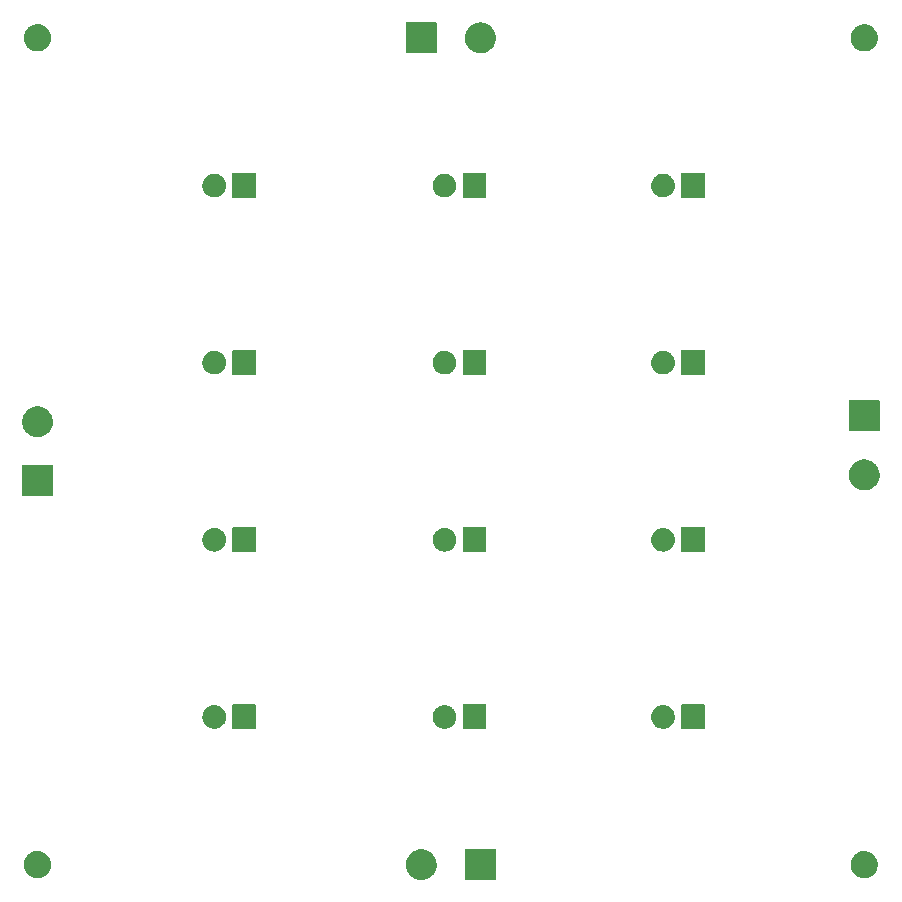
<source format=gbr>
G04 #@! TF.GenerationSoftware,KiCad,Pcbnew,6.0.0-unknown-b25ffc0~86~ubuntu16.04.1*
G04 #@! TF.CreationDate,2019-08-26T10:53:55-04:00*
G04 #@! TF.ProjectId,UV_Curing_Box,55565f43-7572-4696-9e67-5f426f782e6b,rev?*
G04 #@! TF.SameCoordinates,PX5f5e100PY68e7780*
G04 #@! TF.FileFunction,Soldermask,Bot*
G04 #@! TF.FilePolarity,Negative*
%FSLAX46Y46*%
G04 Gerber Fmt 4.6, Leading zero omitted, Abs format (unit mm)*
G04 Created by KiCad (PCBNEW 6.0.0-unknown-b25ffc0~86~ubuntu16.04.1) date 2019-08-26 10:53:55*
%MOMM*%
%LPD*%
G04 APERTURE LIST*
%ADD10C,0.100000*%
G04 APERTURE END LIST*
D10*
G36*
X37562163Y6300999D02*
G01*
X37613823Y6300999D01*
X37673518Y6290473D01*
X37728934Y6285235D01*
X37780515Y6271607D01*
X37838010Y6261469D01*
X37888660Y6243034D01*
X37935774Y6230586D01*
X37990780Y6205865D01*
X38051926Y6183610D01*
X38092766Y6160031D01*
X38130911Y6142888D01*
X38186971Y6105642D01*
X38249073Y6069787D01*
X38280019Y6043821D01*
X38309100Y6024499D01*
X38363480Y5973789D01*
X38423460Y5923460D01*
X38445074Y5897701D01*
X38465564Y5878594D01*
X38515316Y5813990D01*
X38569787Y5749073D01*
X38583202Y5725837D01*
X38596093Y5709098D01*
X38638128Y5630702D01*
X38683610Y5551926D01*
X38690462Y5533101D01*
X38697190Y5520553D01*
X38728443Y5428748D01*
X38761469Y5338010D01*
X38763764Y5324993D01*
X38766133Y5318035D01*
X38783667Y5212116D01*
X38800999Y5113823D01*
X38800999Y4886177D01*
X38794489Y4849257D01*
X38793972Y4828097D01*
X38776550Y4747519D01*
X38761469Y4661990D01*
X38753066Y4638902D01*
X38749086Y4620496D01*
X38715393Y4535397D01*
X38683610Y4448074D01*
X38674729Y4432692D01*
X38670332Y4421586D01*
X38618836Y4335882D01*
X38569787Y4250927D01*
X38562752Y4242543D01*
X38560148Y4238209D01*
X38486706Y4151914D01*
X38423460Y4076540D01*
X38354806Y4018933D01*
X38258089Y3937201D01*
X38255713Y3935785D01*
X38249073Y3930213D01*
X38163103Y3880578D01*
X38074325Y3827656D01*
X38065341Y3824135D01*
X38051926Y3816390D01*
X37962837Y3783964D01*
X37875137Y3749595D01*
X37858962Y3746157D01*
X37838010Y3738531D01*
X37750446Y3723091D01*
X37665879Y3705116D01*
X37642476Y3704053D01*
X37613823Y3699001D01*
X37531221Y3699001D01*
X37452166Y3695411D01*
X37422059Y3699001D01*
X37386177Y3699001D01*
X37311223Y3712217D01*
X37239733Y3720742D01*
X37204000Y3731124D01*
X37161990Y3738531D01*
X37096662Y3762309D01*
X37034288Y3780430D01*
X36994505Y3799491D01*
X36948074Y3816390D01*
X36893655Y3847809D01*
X36841358Y3872865D01*
X36799543Y3902144D01*
X36750927Y3930213D01*
X36707915Y3966304D01*
X36666108Y3995578D01*
X36624689Y4036138D01*
X36576540Y4076540D01*
X36544776Y4114396D01*
X36513260Y4145258D01*
X36474897Y4197675D01*
X36430213Y4250927D01*
X36408886Y4287867D01*
X36386907Y4317897D01*
X36354446Y4382160D01*
X36316390Y4448074D01*
X36304117Y4481794D01*
X36290450Y4508850D01*
X36266789Y4584352D01*
X36238531Y4661990D01*
X36233478Y4690645D01*
X36226474Y4712996D01*
X36214444Y4798594D01*
X36199001Y4886177D01*
X36199001Y4908479D01*
X36196700Y4924852D01*
X36199001Y5019002D01*
X36199001Y5113823D01*
X36201691Y5129080D01*
X36201927Y5138725D01*
X36221288Y5240221D01*
X36238531Y5338010D01*
X36241497Y5346158D01*
X36242014Y5348870D01*
X36285709Y5467631D01*
X36316390Y5551926D01*
X36365544Y5637063D01*
X36421557Y5735663D01*
X36424740Y5739594D01*
X36430213Y5749073D01*
X36493280Y5824234D01*
X36556192Y5901924D01*
X36565122Y5909852D01*
X36576540Y5923460D01*
X36647724Y5983190D01*
X36716173Y6043962D01*
X36732111Y6053999D01*
X36750927Y6069787D01*
X36826133Y6113207D01*
X36897201Y6157961D01*
X36920914Y6167929D01*
X36948074Y6183610D01*
X37023682Y6211129D01*
X37094423Y6240866D01*
X37126151Y6248425D01*
X37161990Y6261469D01*
X37234784Y6274304D01*
X37302531Y6290444D01*
X37341947Y6293200D01*
X37386177Y6300999D01*
X37453484Y6300999D01*
X37515953Y6305367D01*
X37562163Y6300999D01*
X37562163Y6300999D01*
G37*
G36*
X43769899Y6298041D02*
G01*
X43786769Y6286769D01*
X43798041Y6269899D01*
X43804448Y6237688D01*
X43804448Y3762312D01*
X43801999Y3750000D01*
X43798041Y3730101D01*
X43786769Y3713231D01*
X43769899Y3701959D01*
X43750000Y3698001D01*
X43737688Y3695552D01*
X41262312Y3695552D01*
X41230101Y3701959D01*
X41213231Y3713231D01*
X41201959Y3730101D01*
X41195552Y3762312D01*
X41195552Y6237688D01*
X41201959Y6269899D01*
X41213231Y6286769D01*
X41230101Y6298041D01*
X41262312Y6304448D01*
X43737688Y6304448D01*
X43769899Y6298041D01*
X43769899Y6298041D01*
G37*
G36*
X5042742Y6152998D02*
G01*
X5066523Y6153745D01*
X5144921Y6142168D01*
X5226500Y6133522D01*
X5249247Y6126763D01*
X5269783Y6123730D01*
X5347754Y6097490D01*
X5429275Y6073265D01*
X5447713Y6063850D01*
X5464517Y6058195D01*
X5539255Y6017106D01*
X5617674Y5977064D01*
X5631693Y5966287D01*
X5644561Y5959213D01*
X5713190Y5903639D01*
X5785387Y5848140D01*
X5795176Y5837249D01*
X5804238Y5829911D01*
X5863939Y5760746D01*
X5926797Y5690813D01*
X5932859Y5680901D01*
X5938493Y5674374D01*
X5986568Y5593084D01*
X6037168Y5510350D01*
X6040236Y5502337D01*
X6043084Y5497521D01*
X6077154Y5405911D01*
X6112804Y5312795D01*
X6113808Y5307350D01*
X6114700Y5304952D01*
X6132616Y5205378D01*
X6151173Y5104765D01*
X6143823Y4833134D01*
X6120018Y4734362D01*
X6097214Y4637136D01*
X6095798Y4633863D01*
X6094260Y4627483D01*
X6053954Y4537166D01*
X6015613Y4448564D01*
X6011958Y4443063D01*
X6008051Y4434308D01*
X5953631Y4355274D01*
X5901911Y4277430D01*
X5895240Y4270474D01*
X5888082Y4260078D01*
X5822260Y4194371D01*
X5759704Y4129138D01*
X5749451Y4121689D01*
X5738371Y4110628D01*
X5664116Y4059689D01*
X5593480Y4008369D01*
X5579343Y4001535D01*
X5563932Y3990963D01*
X5484362Y3955619D01*
X5408493Y3918943D01*
X5390450Y3913905D01*
X5370606Y3905091D01*
X5288862Y3885542D01*
X5210602Y3863691D01*
X5188931Y3861643D01*
X5164869Y3855888D01*
X5083921Y3851716D01*
X5006054Y3844356D01*
X4981349Y3846431D01*
X4953610Y3845001D01*
X4876221Y3855258D01*
X4801308Y3861549D01*
X4774436Y3868749D01*
X4743905Y3872796D01*
X4672551Y3896049D01*
X4602843Y3914727D01*
X4574930Y3927862D01*
X4542777Y3938340D01*
X4479502Y3972767D01*
X4416937Y4002208D01*
X4389322Y4021833D01*
X4356961Y4039440D01*
X4303361Y4082922D01*
X4249459Y4121228D01*
X4223637Y4147596D01*
X4192681Y4172709D01*
X4149857Y4222938D01*
X4105705Y4268025D01*
X4083260Y4301052D01*
X4055438Y4333685D01*
X4023987Y4388270D01*
X3990216Y4437962D01*
X3972746Y4477200D01*
X3949828Y4516975D01*
X3929854Y4573536D01*
X3906647Y4625660D01*
X3895680Y4670310D01*
X3879389Y4716442D01*
X3870526Y4772717D01*
X3857636Y4825196D01*
X3854560Y4874097D01*
X3846479Y4925405D01*
X3847939Y4979343D01*
X3844736Y5030248D01*
X3850714Y5081915D01*
X3852201Y5136867D01*
X3862837Y5186692D01*
X3868352Y5234356D01*
X3884258Y5287040D01*
X3896363Y5343745D01*
X3914741Y5388005D01*
X3927736Y5431045D01*
X3954092Y5482771D01*
X3977486Y5539110D01*
X4001979Y5576754D01*
X4021016Y5614116D01*
X4057938Y5662760D01*
X4092853Y5716421D01*
X4121712Y5746779D01*
X4145237Y5777772D01*
X4192415Y5821154D01*
X4238601Y5869739D01*
X4270068Y5892559D01*
X4296482Y5916848D01*
X4353149Y5952810D01*
X4409848Y5993929D01*
X4442207Y6009329D01*
X4469956Y6026939D01*
X4534906Y6053445D01*
X4600859Y6084832D01*
X4632560Y6093297D01*
X4660192Y6104573D01*
X4731773Y6119788D01*
X4805238Y6139404D01*
X4834933Y6141715D01*
X4861162Y6147290D01*
X4937337Y6149684D01*
X5016139Y6155817D01*
X5042742Y6152998D01*
X5042742Y6152998D01*
G37*
G36*
X75042742Y6152998D02*
G01*
X75066523Y6153745D01*
X75144921Y6142168D01*
X75226500Y6133522D01*
X75249247Y6126763D01*
X75269783Y6123730D01*
X75347754Y6097490D01*
X75429275Y6073265D01*
X75447713Y6063850D01*
X75464517Y6058195D01*
X75539255Y6017106D01*
X75617674Y5977064D01*
X75631693Y5966287D01*
X75644561Y5959213D01*
X75713190Y5903639D01*
X75785387Y5848140D01*
X75795176Y5837249D01*
X75804238Y5829911D01*
X75863939Y5760746D01*
X75926797Y5690813D01*
X75932859Y5680901D01*
X75938493Y5674374D01*
X75986568Y5593084D01*
X76037168Y5510350D01*
X76040236Y5502337D01*
X76043084Y5497521D01*
X76077154Y5405911D01*
X76112804Y5312795D01*
X76113808Y5307350D01*
X76114700Y5304952D01*
X76132616Y5205378D01*
X76151173Y5104765D01*
X76143823Y4833134D01*
X76120018Y4734362D01*
X76097214Y4637136D01*
X76095798Y4633863D01*
X76094260Y4627483D01*
X76053954Y4537166D01*
X76015613Y4448564D01*
X76011958Y4443063D01*
X76008051Y4434308D01*
X75953631Y4355274D01*
X75901911Y4277430D01*
X75895240Y4270474D01*
X75888082Y4260078D01*
X75822260Y4194371D01*
X75759704Y4129138D01*
X75749451Y4121689D01*
X75738371Y4110628D01*
X75664116Y4059689D01*
X75593480Y4008369D01*
X75579343Y4001535D01*
X75563932Y3990963D01*
X75484362Y3955619D01*
X75408493Y3918943D01*
X75390450Y3913905D01*
X75370606Y3905091D01*
X75288862Y3885542D01*
X75210602Y3863691D01*
X75188931Y3861643D01*
X75164869Y3855888D01*
X75083921Y3851716D01*
X75006054Y3844356D01*
X74981349Y3846431D01*
X74953610Y3845001D01*
X74876221Y3855258D01*
X74801308Y3861549D01*
X74774436Y3868749D01*
X74743905Y3872796D01*
X74672551Y3896049D01*
X74602843Y3914727D01*
X74574930Y3927862D01*
X74542777Y3938340D01*
X74479502Y3972767D01*
X74416937Y4002208D01*
X74389322Y4021833D01*
X74356961Y4039440D01*
X74303361Y4082922D01*
X74249459Y4121228D01*
X74223637Y4147596D01*
X74192681Y4172709D01*
X74149857Y4222938D01*
X74105705Y4268025D01*
X74083260Y4301052D01*
X74055438Y4333685D01*
X74023987Y4388270D01*
X73990216Y4437962D01*
X73972746Y4477200D01*
X73949828Y4516975D01*
X73929854Y4573536D01*
X73906647Y4625660D01*
X73895680Y4670310D01*
X73879389Y4716442D01*
X73870526Y4772717D01*
X73857636Y4825196D01*
X73854560Y4874097D01*
X73846479Y4925405D01*
X73847939Y4979343D01*
X73844736Y5030248D01*
X73850714Y5081915D01*
X73852201Y5136867D01*
X73862837Y5186692D01*
X73868352Y5234356D01*
X73884258Y5287040D01*
X73896363Y5343745D01*
X73914741Y5388005D01*
X73927736Y5431045D01*
X73954092Y5482771D01*
X73977486Y5539110D01*
X74001979Y5576754D01*
X74021016Y5614116D01*
X74057938Y5662760D01*
X74092853Y5716421D01*
X74121712Y5746779D01*
X74145237Y5777772D01*
X74192415Y5821154D01*
X74238601Y5869739D01*
X74270068Y5892559D01*
X74296482Y5916848D01*
X74353149Y5952810D01*
X74409848Y5993929D01*
X74442207Y6009329D01*
X74469956Y6026939D01*
X74534906Y6053445D01*
X74600859Y6084832D01*
X74632560Y6093297D01*
X74660192Y6104573D01*
X74731773Y6119788D01*
X74805238Y6139404D01*
X74834933Y6141715D01*
X74861162Y6147290D01*
X74937337Y6149684D01*
X75016139Y6155817D01*
X75042742Y6152998D01*
X75042742Y6152998D01*
G37*
G36*
X61469899Y18548041D02*
G01*
X61486769Y18536769D01*
X61498041Y18519899D01*
X61504448Y18487688D01*
X61504448Y16512312D01*
X61501999Y16500000D01*
X61498041Y16480101D01*
X61486769Y16463231D01*
X61469899Y16451959D01*
X61450000Y16448001D01*
X61437688Y16445552D01*
X59562312Y16445552D01*
X59530101Y16451959D01*
X59513231Y16463231D01*
X59501959Y16480101D01*
X59495552Y16512312D01*
X59495552Y18487688D01*
X59501959Y18519899D01*
X59513231Y18536769D01*
X59530101Y18548041D01*
X59562312Y18554448D01*
X61437688Y18554448D01*
X61469899Y18548041D01*
X61469899Y18548041D01*
G37*
G36*
X42969899Y18548041D02*
G01*
X42986769Y18536769D01*
X42998041Y18519899D01*
X43004448Y18487688D01*
X43004448Y16512312D01*
X43001999Y16500000D01*
X42998041Y16480101D01*
X42986769Y16463231D01*
X42969899Y16451959D01*
X42950000Y16448001D01*
X42937688Y16445552D01*
X41062312Y16445552D01*
X41030101Y16451959D01*
X41013231Y16463231D01*
X41001959Y16480101D01*
X40995552Y16512312D01*
X40995552Y18487688D01*
X41001959Y18519899D01*
X41013231Y18536769D01*
X41030101Y18548041D01*
X41062312Y18554448D01*
X42937688Y18554448D01*
X42969899Y18548041D01*
X42969899Y18548041D01*
G37*
G36*
X23469899Y18548041D02*
G01*
X23486769Y18536769D01*
X23498041Y18519899D01*
X23504448Y18487688D01*
X23504448Y16512312D01*
X23501999Y16500000D01*
X23498041Y16480101D01*
X23486769Y16463231D01*
X23469899Y16451959D01*
X23450000Y16448001D01*
X23437688Y16445552D01*
X21562312Y16445552D01*
X21530101Y16451959D01*
X21513231Y16463231D01*
X21501959Y16480101D01*
X21495552Y16512312D01*
X21495552Y18487688D01*
X21501959Y18519899D01*
X21513231Y18536769D01*
X21530101Y18548041D01*
X21562312Y18554448D01*
X23437688Y18554448D01*
X23469899Y18548041D01*
X23469899Y18548041D01*
G37*
G36*
X20061761Y18497182D02*
G01*
X20105155Y18495021D01*
X20155857Y18482615D01*
X20213623Y18473672D01*
X20254441Y18458492D01*
X20290694Y18449621D01*
X20343705Y18425295D01*
X20404226Y18402787D01*
X20435947Y18382965D01*
X20464297Y18369956D01*
X20516721Y18332493D01*
X20576684Y18295024D01*
X20599328Y18273460D01*
X20619700Y18258902D01*
X20668293Y18207785D01*
X20723950Y18154784D01*
X20738284Y18134160D01*
X20751305Y18120463D01*
X20792649Y18055939D01*
X20840009Y17987797D01*
X20847479Y17970368D01*
X20854357Y17959634D01*
X20885015Y17882790D01*
X20920120Y17800883D01*
X20922693Y17788350D01*
X20925136Y17782226D01*
X20941844Y17695052D01*
X20961011Y17601679D01*
X20960988Y17595168D01*
X20961060Y17594794D01*
X20960373Y17398221D01*
X20960300Y17397853D01*
X20960277Y17391335D01*
X20940438Y17298002D01*
X20923141Y17211043D01*
X20920657Y17204942D01*
X20917996Y17192421D01*
X20882311Y17110741D01*
X20851127Y17034135D01*
X20844174Y17023449D01*
X20836582Y17006071D01*
X20788739Y16938249D01*
X20746951Y16874024D01*
X20733837Y16860420D01*
X20719360Y16839898D01*
X20663344Y16787296D01*
X20614389Y16736513D01*
X20593911Y16722094D01*
X20571118Y16700690D01*
X20510890Y16663637D01*
X20458211Y16626545D01*
X20429780Y16613738D01*
X20397913Y16594133D01*
X20337222Y16572044D01*
X20284054Y16548093D01*
X20247743Y16539476D01*
X20206819Y16524581D01*
X20149000Y16516043D01*
X20098210Y16503990D01*
X20054799Y16502133D01*
X20005643Y16494874D01*
X19953406Y16497795D01*
X19907372Y16495825D01*
X19858332Y16503110D01*
X19802602Y16506226D01*
X19757959Y16518021D01*
X19718438Y16523892D01*
X19665887Y16542347D01*
X19605990Y16558172D01*
X19570119Y16575979D01*
X19538220Y16587181D01*
X19484829Y16618318D01*
X19423840Y16648593D01*
X19397127Y16669463D01*
X19373219Y16683406D01*
X19322080Y16728097D01*
X19263592Y16773792D01*
X19245601Y16794931D01*
X19229390Y16809098D01*
X19183880Y16867453D01*
X19131791Y16928657D01*
X19121383Y16947589D01*
X19111924Y16959718D01*
X19075498Y17031054D01*
X19033823Y17106861D01*
X19029257Y17121612D01*
X19025060Y17129831D01*
X19001100Y17212572D01*
X18973688Y17301125D01*
X18972783Y17310359D01*
X18971931Y17313300D01*
X18963532Y17404701D01*
X18953844Y17503512D01*
X18964210Y17602139D01*
X18973258Y17693595D01*
X18974132Y17696536D01*
X18975101Y17705756D01*
X19003118Y17794078D01*
X19027666Y17876684D01*
X19031920Y17884874D01*
X19036590Y17899595D01*
X19078798Y17975117D01*
X19115717Y18046190D01*
X19125260Y18058252D01*
X19135800Y18077111D01*
X19188313Y18137948D01*
X19234233Y18195988D01*
X19250544Y18210043D01*
X19268679Y18231052D01*
X19327477Y18276333D01*
X19378935Y18320672D01*
X19402942Y18334449D01*
X19429797Y18355130D01*
X19490981Y18384971D01*
X19544601Y18415742D01*
X19576590Y18426725D01*
X19612574Y18444276D01*
X19672571Y18459681D01*
X19725256Y18477770D01*
X19764816Y18483365D01*
X19809543Y18494849D01*
X19865292Y18497576D01*
X19914386Y18504519D01*
X19960409Y18502228D01*
X20012658Y18504783D01*
X20061761Y18497182D01*
X20061761Y18497182D01*
G37*
G36*
X58061761Y18497182D02*
G01*
X58105155Y18495021D01*
X58155857Y18482615D01*
X58213623Y18473672D01*
X58254441Y18458492D01*
X58290694Y18449621D01*
X58343705Y18425295D01*
X58404226Y18402787D01*
X58435947Y18382965D01*
X58464297Y18369956D01*
X58516721Y18332493D01*
X58576684Y18295024D01*
X58599328Y18273460D01*
X58619700Y18258902D01*
X58668293Y18207785D01*
X58723950Y18154784D01*
X58738284Y18134160D01*
X58751305Y18120463D01*
X58792649Y18055939D01*
X58840009Y17987797D01*
X58847479Y17970368D01*
X58854357Y17959634D01*
X58885015Y17882790D01*
X58920120Y17800883D01*
X58922693Y17788350D01*
X58925136Y17782226D01*
X58941844Y17695052D01*
X58961011Y17601679D01*
X58960988Y17595168D01*
X58961060Y17594794D01*
X58960373Y17398221D01*
X58960300Y17397853D01*
X58960277Y17391335D01*
X58940438Y17298002D01*
X58923141Y17211043D01*
X58920657Y17204942D01*
X58917996Y17192421D01*
X58882311Y17110741D01*
X58851127Y17034135D01*
X58844174Y17023449D01*
X58836582Y17006071D01*
X58788739Y16938249D01*
X58746951Y16874024D01*
X58733837Y16860420D01*
X58719360Y16839898D01*
X58663344Y16787296D01*
X58614389Y16736513D01*
X58593911Y16722094D01*
X58571118Y16700690D01*
X58510890Y16663637D01*
X58458211Y16626545D01*
X58429780Y16613738D01*
X58397913Y16594133D01*
X58337222Y16572044D01*
X58284054Y16548093D01*
X58247743Y16539476D01*
X58206819Y16524581D01*
X58149000Y16516043D01*
X58098210Y16503990D01*
X58054799Y16502133D01*
X58005643Y16494874D01*
X57953406Y16497795D01*
X57907372Y16495825D01*
X57858332Y16503110D01*
X57802602Y16506226D01*
X57757959Y16518021D01*
X57718438Y16523892D01*
X57665887Y16542347D01*
X57605990Y16558172D01*
X57570119Y16575979D01*
X57538220Y16587181D01*
X57484829Y16618318D01*
X57423840Y16648593D01*
X57397127Y16669463D01*
X57373219Y16683406D01*
X57322080Y16728097D01*
X57263592Y16773792D01*
X57245601Y16794931D01*
X57229390Y16809098D01*
X57183880Y16867453D01*
X57131791Y16928657D01*
X57121383Y16947589D01*
X57111924Y16959718D01*
X57075498Y17031054D01*
X57033823Y17106861D01*
X57029257Y17121612D01*
X57025060Y17129831D01*
X57001100Y17212572D01*
X56973688Y17301125D01*
X56972783Y17310359D01*
X56971931Y17313300D01*
X56963532Y17404701D01*
X56953844Y17503512D01*
X56964210Y17602139D01*
X56973258Y17693595D01*
X56974132Y17696536D01*
X56975101Y17705756D01*
X57003118Y17794078D01*
X57027666Y17876684D01*
X57031920Y17884874D01*
X57036590Y17899595D01*
X57078798Y17975117D01*
X57115717Y18046190D01*
X57125260Y18058252D01*
X57135800Y18077111D01*
X57188313Y18137948D01*
X57234233Y18195988D01*
X57250544Y18210043D01*
X57268679Y18231052D01*
X57327477Y18276333D01*
X57378935Y18320672D01*
X57402942Y18334449D01*
X57429797Y18355130D01*
X57490981Y18384971D01*
X57544601Y18415742D01*
X57576590Y18426725D01*
X57612574Y18444276D01*
X57672571Y18459681D01*
X57725256Y18477770D01*
X57764816Y18483365D01*
X57809543Y18494849D01*
X57865292Y18497576D01*
X57914386Y18504519D01*
X57960409Y18502228D01*
X58012658Y18504783D01*
X58061761Y18497182D01*
X58061761Y18497182D01*
G37*
G36*
X39561761Y18497182D02*
G01*
X39605155Y18495021D01*
X39655857Y18482615D01*
X39713623Y18473672D01*
X39754441Y18458492D01*
X39790694Y18449621D01*
X39843705Y18425295D01*
X39904226Y18402787D01*
X39935947Y18382965D01*
X39964297Y18369956D01*
X40016721Y18332493D01*
X40076684Y18295024D01*
X40099328Y18273460D01*
X40119700Y18258902D01*
X40168293Y18207785D01*
X40223950Y18154784D01*
X40238284Y18134160D01*
X40251305Y18120463D01*
X40292649Y18055939D01*
X40340009Y17987797D01*
X40347479Y17970368D01*
X40354357Y17959634D01*
X40385015Y17882790D01*
X40420120Y17800883D01*
X40422693Y17788350D01*
X40425136Y17782226D01*
X40441844Y17695052D01*
X40461011Y17601679D01*
X40460988Y17595168D01*
X40461060Y17594794D01*
X40460373Y17398221D01*
X40460300Y17397853D01*
X40460277Y17391335D01*
X40440438Y17298002D01*
X40423141Y17211043D01*
X40420657Y17204942D01*
X40417996Y17192421D01*
X40382311Y17110741D01*
X40351127Y17034135D01*
X40344174Y17023449D01*
X40336582Y17006071D01*
X40288739Y16938249D01*
X40246951Y16874024D01*
X40233837Y16860420D01*
X40219360Y16839898D01*
X40163344Y16787296D01*
X40114389Y16736513D01*
X40093911Y16722094D01*
X40071118Y16700690D01*
X40010890Y16663637D01*
X39958211Y16626545D01*
X39929780Y16613738D01*
X39897913Y16594133D01*
X39837222Y16572044D01*
X39784054Y16548093D01*
X39747743Y16539476D01*
X39706819Y16524581D01*
X39649000Y16516043D01*
X39598210Y16503990D01*
X39554799Y16502133D01*
X39505643Y16494874D01*
X39453406Y16497795D01*
X39407372Y16495825D01*
X39358332Y16503110D01*
X39302602Y16506226D01*
X39257959Y16518021D01*
X39218438Y16523892D01*
X39165887Y16542347D01*
X39105990Y16558172D01*
X39070119Y16575979D01*
X39038220Y16587181D01*
X38984829Y16618318D01*
X38923840Y16648593D01*
X38897127Y16669463D01*
X38873219Y16683406D01*
X38822080Y16728097D01*
X38763592Y16773792D01*
X38745601Y16794931D01*
X38729390Y16809098D01*
X38683880Y16867453D01*
X38631791Y16928657D01*
X38621383Y16947589D01*
X38611924Y16959718D01*
X38575498Y17031054D01*
X38533823Y17106861D01*
X38529257Y17121612D01*
X38525060Y17129831D01*
X38501100Y17212572D01*
X38473688Y17301125D01*
X38472783Y17310359D01*
X38471931Y17313300D01*
X38463532Y17404701D01*
X38453844Y17503512D01*
X38464210Y17602139D01*
X38473258Y17693595D01*
X38474132Y17696536D01*
X38475101Y17705756D01*
X38503118Y17794078D01*
X38527666Y17876684D01*
X38531920Y17884874D01*
X38536590Y17899595D01*
X38578798Y17975117D01*
X38615717Y18046190D01*
X38625260Y18058252D01*
X38635800Y18077111D01*
X38688313Y18137948D01*
X38734233Y18195988D01*
X38750544Y18210043D01*
X38768679Y18231052D01*
X38827477Y18276333D01*
X38878935Y18320672D01*
X38902942Y18334449D01*
X38929797Y18355130D01*
X38990981Y18384971D01*
X39044601Y18415742D01*
X39076590Y18426725D01*
X39112574Y18444276D01*
X39172571Y18459681D01*
X39225256Y18477770D01*
X39264816Y18483365D01*
X39309543Y18494849D01*
X39365292Y18497576D01*
X39414386Y18504519D01*
X39460409Y18502228D01*
X39512658Y18504783D01*
X39561761Y18497182D01*
X39561761Y18497182D01*
G37*
G36*
X61469899Y33548041D02*
G01*
X61486769Y33536769D01*
X61498041Y33519899D01*
X61504448Y33487688D01*
X61504448Y31512312D01*
X61501999Y31500000D01*
X61498041Y31480101D01*
X61486769Y31463231D01*
X61469899Y31451959D01*
X61450000Y31448001D01*
X61437688Y31445552D01*
X59562312Y31445552D01*
X59530101Y31451959D01*
X59513231Y31463231D01*
X59501959Y31480101D01*
X59495552Y31512312D01*
X59495552Y33487688D01*
X59501959Y33519899D01*
X59513231Y33536769D01*
X59530101Y33548041D01*
X59562312Y33554448D01*
X61437688Y33554448D01*
X61469899Y33548041D01*
X61469899Y33548041D01*
G37*
G36*
X42969899Y33548041D02*
G01*
X42986769Y33536769D01*
X42998041Y33519899D01*
X43004448Y33487688D01*
X43004448Y31512312D01*
X43001999Y31500000D01*
X42998041Y31480101D01*
X42986769Y31463231D01*
X42969899Y31451959D01*
X42950000Y31448001D01*
X42937688Y31445552D01*
X41062312Y31445552D01*
X41030101Y31451959D01*
X41013231Y31463231D01*
X41001959Y31480101D01*
X40995552Y31512312D01*
X40995552Y33487688D01*
X41001959Y33519899D01*
X41013231Y33536769D01*
X41030101Y33548041D01*
X41062312Y33554448D01*
X42937688Y33554448D01*
X42969899Y33548041D01*
X42969899Y33548041D01*
G37*
G36*
X23469899Y33548041D02*
G01*
X23486769Y33536769D01*
X23498041Y33519899D01*
X23504448Y33487688D01*
X23504448Y31512312D01*
X23501999Y31500000D01*
X23498041Y31480101D01*
X23486769Y31463231D01*
X23469899Y31451959D01*
X23450000Y31448001D01*
X23437688Y31445552D01*
X21562312Y31445552D01*
X21530101Y31451959D01*
X21513231Y31463231D01*
X21501959Y31480101D01*
X21495552Y31512312D01*
X21495552Y33487688D01*
X21501959Y33519899D01*
X21513231Y33536769D01*
X21530101Y33548041D01*
X21562312Y33554448D01*
X23437688Y33554448D01*
X23469899Y33548041D01*
X23469899Y33548041D01*
G37*
G36*
X20061761Y33497182D02*
G01*
X20105155Y33495021D01*
X20155857Y33482615D01*
X20213623Y33473672D01*
X20254441Y33458492D01*
X20290694Y33449621D01*
X20343705Y33425295D01*
X20404226Y33402787D01*
X20435947Y33382965D01*
X20464297Y33369956D01*
X20516721Y33332493D01*
X20576684Y33295024D01*
X20599328Y33273460D01*
X20619700Y33258902D01*
X20668293Y33207785D01*
X20723950Y33154784D01*
X20738284Y33134160D01*
X20751305Y33120463D01*
X20792649Y33055939D01*
X20840009Y32987797D01*
X20847479Y32970368D01*
X20854357Y32959634D01*
X20885015Y32882790D01*
X20920120Y32800883D01*
X20922693Y32788350D01*
X20925136Y32782226D01*
X20941844Y32695052D01*
X20961011Y32601679D01*
X20960988Y32595168D01*
X20961060Y32594794D01*
X20960373Y32398221D01*
X20960300Y32397853D01*
X20960277Y32391335D01*
X20940438Y32298002D01*
X20923141Y32211043D01*
X20920657Y32204942D01*
X20917996Y32192421D01*
X20882311Y32110741D01*
X20851127Y32034135D01*
X20844174Y32023449D01*
X20836582Y32006071D01*
X20788739Y31938249D01*
X20746951Y31874024D01*
X20733837Y31860420D01*
X20719360Y31839898D01*
X20663344Y31787296D01*
X20614389Y31736513D01*
X20593911Y31722094D01*
X20571118Y31700690D01*
X20510890Y31663637D01*
X20458211Y31626545D01*
X20429780Y31613738D01*
X20397913Y31594133D01*
X20337222Y31572044D01*
X20284054Y31548093D01*
X20247743Y31539476D01*
X20206819Y31524581D01*
X20149000Y31516043D01*
X20098210Y31503990D01*
X20054799Y31502133D01*
X20005643Y31494874D01*
X19953406Y31497795D01*
X19907372Y31495825D01*
X19858332Y31503110D01*
X19802602Y31506226D01*
X19757959Y31518021D01*
X19718438Y31523892D01*
X19665887Y31542347D01*
X19605990Y31558172D01*
X19570119Y31575979D01*
X19538220Y31587181D01*
X19484829Y31618318D01*
X19423840Y31648593D01*
X19397127Y31669463D01*
X19373219Y31683406D01*
X19322080Y31728097D01*
X19263592Y31773792D01*
X19245601Y31794931D01*
X19229390Y31809098D01*
X19183880Y31867453D01*
X19131791Y31928657D01*
X19121383Y31947589D01*
X19111924Y31959718D01*
X19075498Y32031054D01*
X19033823Y32106861D01*
X19029257Y32121612D01*
X19025060Y32129831D01*
X19001100Y32212572D01*
X18973688Y32301125D01*
X18972783Y32310359D01*
X18971931Y32313300D01*
X18963532Y32404701D01*
X18953844Y32503512D01*
X18964210Y32602139D01*
X18973258Y32693595D01*
X18974132Y32696536D01*
X18975101Y32705756D01*
X19003118Y32794078D01*
X19027666Y32876684D01*
X19031920Y32884874D01*
X19036590Y32899595D01*
X19078798Y32975117D01*
X19115717Y33046190D01*
X19125260Y33058252D01*
X19135800Y33077111D01*
X19188313Y33137948D01*
X19234233Y33195988D01*
X19250544Y33210043D01*
X19268679Y33231052D01*
X19327477Y33276333D01*
X19378935Y33320672D01*
X19402942Y33334449D01*
X19429797Y33355130D01*
X19490981Y33384971D01*
X19544601Y33415742D01*
X19576590Y33426725D01*
X19612574Y33444276D01*
X19672571Y33459681D01*
X19725256Y33477770D01*
X19764816Y33483365D01*
X19809543Y33494849D01*
X19865292Y33497576D01*
X19914386Y33504519D01*
X19960409Y33502228D01*
X20012658Y33504783D01*
X20061761Y33497182D01*
X20061761Y33497182D01*
G37*
G36*
X39561761Y33497182D02*
G01*
X39605155Y33495021D01*
X39655857Y33482615D01*
X39713623Y33473672D01*
X39754441Y33458492D01*
X39790694Y33449621D01*
X39843705Y33425295D01*
X39904226Y33402787D01*
X39935947Y33382965D01*
X39964297Y33369956D01*
X40016721Y33332493D01*
X40076684Y33295024D01*
X40099328Y33273460D01*
X40119700Y33258902D01*
X40168293Y33207785D01*
X40223950Y33154784D01*
X40238284Y33134160D01*
X40251305Y33120463D01*
X40292649Y33055939D01*
X40340009Y32987797D01*
X40347479Y32970368D01*
X40354357Y32959634D01*
X40385015Y32882790D01*
X40420120Y32800883D01*
X40422693Y32788350D01*
X40425136Y32782226D01*
X40441844Y32695052D01*
X40461011Y32601679D01*
X40460988Y32595168D01*
X40461060Y32594794D01*
X40460373Y32398221D01*
X40460300Y32397853D01*
X40460277Y32391335D01*
X40440438Y32298002D01*
X40423141Y32211043D01*
X40420657Y32204942D01*
X40417996Y32192421D01*
X40382311Y32110741D01*
X40351127Y32034135D01*
X40344174Y32023449D01*
X40336582Y32006071D01*
X40288739Y31938249D01*
X40246951Y31874024D01*
X40233837Y31860420D01*
X40219360Y31839898D01*
X40163344Y31787296D01*
X40114389Y31736513D01*
X40093911Y31722094D01*
X40071118Y31700690D01*
X40010890Y31663637D01*
X39958211Y31626545D01*
X39929780Y31613738D01*
X39897913Y31594133D01*
X39837222Y31572044D01*
X39784054Y31548093D01*
X39747743Y31539476D01*
X39706819Y31524581D01*
X39649000Y31516043D01*
X39598210Y31503990D01*
X39554799Y31502133D01*
X39505643Y31494874D01*
X39453406Y31497795D01*
X39407372Y31495825D01*
X39358332Y31503110D01*
X39302602Y31506226D01*
X39257959Y31518021D01*
X39218438Y31523892D01*
X39165887Y31542347D01*
X39105990Y31558172D01*
X39070119Y31575979D01*
X39038220Y31587181D01*
X38984829Y31618318D01*
X38923840Y31648593D01*
X38897127Y31669463D01*
X38873219Y31683406D01*
X38822080Y31728097D01*
X38763592Y31773792D01*
X38745601Y31794931D01*
X38729390Y31809098D01*
X38683880Y31867453D01*
X38631791Y31928657D01*
X38621383Y31947589D01*
X38611924Y31959718D01*
X38575498Y32031054D01*
X38533823Y32106861D01*
X38529257Y32121612D01*
X38525060Y32129831D01*
X38501100Y32212572D01*
X38473688Y32301125D01*
X38472783Y32310359D01*
X38471931Y32313300D01*
X38463532Y32404701D01*
X38453844Y32503512D01*
X38464210Y32602139D01*
X38473258Y32693595D01*
X38474132Y32696536D01*
X38475101Y32705756D01*
X38503118Y32794078D01*
X38527666Y32876684D01*
X38531920Y32884874D01*
X38536590Y32899595D01*
X38578798Y32975117D01*
X38615717Y33046190D01*
X38625260Y33058252D01*
X38635800Y33077111D01*
X38688313Y33137948D01*
X38734233Y33195988D01*
X38750544Y33210043D01*
X38768679Y33231052D01*
X38827477Y33276333D01*
X38878935Y33320672D01*
X38902942Y33334449D01*
X38929797Y33355130D01*
X38990981Y33384971D01*
X39044601Y33415742D01*
X39076590Y33426725D01*
X39112574Y33444276D01*
X39172571Y33459681D01*
X39225256Y33477770D01*
X39264816Y33483365D01*
X39309543Y33494849D01*
X39365292Y33497576D01*
X39414386Y33504519D01*
X39460409Y33502228D01*
X39512658Y33504783D01*
X39561761Y33497182D01*
X39561761Y33497182D01*
G37*
G36*
X58061761Y33497182D02*
G01*
X58105155Y33495021D01*
X58155857Y33482615D01*
X58213623Y33473672D01*
X58254441Y33458492D01*
X58290694Y33449621D01*
X58343705Y33425295D01*
X58404226Y33402787D01*
X58435947Y33382965D01*
X58464297Y33369956D01*
X58516721Y33332493D01*
X58576684Y33295024D01*
X58599328Y33273460D01*
X58619700Y33258902D01*
X58668293Y33207785D01*
X58723950Y33154784D01*
X58738284Y33134160D01*
X58751305Y33120463D01*
X58792649Y33055939D01*
X58840009Y32987797D01*
X58847479Y32970368D01*
X58854357Y32959634D01*
X58885015Y32882790D01*
X58920120Y32800883D01*
X58922693Y32788350D01*
X58925136Y32782226D01*
X58941844Y32695052D01*
X58961011Y32601679D01*
X58960988Y32595168D01*
X58961060Y32594794D01*
X58960373Y32398221D01*
X58960300Y32397853D01*
X58960277Y32391335D01*
X58940438Y32298002D01*
X58923141Y32211043D01*
X58920657Y32204942D01*
X58917996Y32192421D01*
X58882311Y32110741D01*
X58851127Y32034135D01*
X58844174Y32023449D01*
X58836582Y32006071D01*
X58788739Y31938249D01*
X58746951Y31874024D01*
X58733837Y31860420D01*
X58719360Y31839898D01*
X58663344Y31787296D01*
X58614389Y31736513D01*
X58593911Y31722094D01*
X58571118Y31700690D01*
X58510890Y31663637D01*
X58458211Y31626545D01*
X58429780Y31613738D01*
X58397913Y31594133D01*
X58337222Y31572044D01*
X58284054Y31548093D01*
X58247743Y31539476D01*
X58206819Y31524581D01*
X58149000Y31516043D01*
X58098210Y31503990D01*
X58054799Y31502133D01*
X58005643Y31494874D01*
X57953406Y31497795D01*
X57907372Y31495825D01*
X57858332Y31503110D01*
X57802602Y31506226D01*
X57757959Y31518021D01*
X57718438Y31523892D01*
X57665887Y31542347D01*
X57605990Y31558172D01*
X57570119Y31575979D01*
X57538220Y31587181D01*
X57484829Y31618318D01*
X57423840Y31648593D01*
X57397127Y31669463D01*
X57373219Y31683406D01*
X57322080Y31728097D01*
X57263592Y31773792D01*
X57245601Y31794931D01*
X57229390Y31809098D01*
X57183880Y31867453D01*
X57131791Y31928657D01*
X57121383Y31947589D01*
X57111924Y31959718D01*
X57075498Y32031054D01*
X57033823Y32106861D01*
X57029257Y32121612D01*
X57025060Y32129831D01*
X57001100Y32212572D01*
X56973688Y32301125D01*
X56972783Y32310359D01*
X56971931Y32313300D01*
X56963532Y32404701D01*
X56953844Y32503512D01*
X56964210Y32602139D01*
X56973258Y32693595D01*
X56974132Y32696536D01*
X56975101Y32705756D01*
X57003118Y32794078D01*
X57027666Y32876684D01*
X57031920Y32884874D01*
X57036590Y32899595D01*
X57078798Y32975117D01*
X57115717Y33046190D01*
X57125260Y33058252D01*
X57135800Y33077111D01*
X57188313Y33137948D01*
X57234233Y33195988D01*
X57250544Y33210043D01*
X57268679Y33231052D01*
X57327477Y33276333D01*
X57378935Y33320672D01*
X57402942Y33334449D01*
X57429797Y33355130D01*
X57490981Y33384971D01*
X57544601Y33415742D01*
X57576590Y33426725D01*
X57612574Y33444276D01*
X57672571Y33459681D01*
X57725256Y33477770D01*
X57764816Y33483365D01*
X57809543Y33494849D01*
X57865292Y33497576D01*
X57914386Y33504519D01*
X57960409Y33502228D01*
X58012658Y33504783D01*
X58061761Y33497182D01*
X58061761Y33497182D01*
G37*
G36*
X6269899Y38798041D02*
G01*
X6286769Y38786769D01*
X6298041Y38769899D01*
X6304448Y38737688D01*
X6304448Y36262312D01*
X6301999Y36250000D01*
X6298041Y36230101D01*
X6286769Y36213231D01*
X6269899Y36201959D01*
X6250000Y36198001D01*
X6237688Y36195552D01*
X3762312Y36195552D01*
X3730101Y36201959D01*
X3713231Y36213231D01*
X3701959Y36230101D01*
X3695552Y36262312D01*
X3695552Y38737688D01*
X3701959Y38769899D01*
X3713231Y38786769D01*
X3730101Y38798041D01*
X3762312Y38804448D01*
X6237688Y38804448D01*
X6269899Y38798041D01*
X6269899Y38798041D01*
G37*
G36*
X75062163Y39300999D02*
G01*
X75113823Y39300999D01*
X75173518Y39290473D01*
X75228934Y39285235D01*
X75280515Y39271607D01*
X75338010Y39261469D01*
X75388660Y39243034D01*
X75435774Y39230586D01*
X75490780Y39205865D01*
X75551926Y39183610D01*
X75592766Y39160031D01*
X75630911Y39142888D01*
X75686971Y39105642D01*
X75749073Y39069787D01*
X75780019Y39043821D01*
X75809100Y39024499D01*
X75863480Y38973789D01*
X75923460Y38923460D01*
X75945074Y38897701D01*
X75965564Y38878594D01*
X76015316Y38813990D01*
X76069787Y38749073D01*
X76083202Y38725837D01*
X76096093Y38709098D01*
X76138128Y38630702D01*
X76183610Y38551926D01*
X76190462Y38533101D01*
X76197190Y38520553D01*
X76228443Y38428748D01*
X76261469Y38338010D01*
X76263764Y38324993D01*
X76266133Y38318035D01*
X76283667Y38212116D01*
X76300999Y38113823D01*
X76300999Y37886177D01*
X76294489Y37849257D01*
X76293972Y37828097D01*
X76276550Y37747519D01*
X76261469Y37661990D01*
X76253066Y37638902D01*
X76249086Y37620496D01*
X76215393Y37535397D01*
X76183610Y37448074D01*
X76174729Y37432692D01*
X76170332Y37421586D01*
X76118836Y37335882D01*
X76069787Y37250927D01*
X76062752Y37242543D01*
X76060148Y37238209D01*
X75986706Y37151914D01*
X75923460Y37076540D01*
X75854806Y37018933D01*
X75758089Y36937201D01*
X75755713Y36935785D01*
X75749073Y36930213D01*
X75663103Y36880578D01*
X75574325Y36827656D01*
X75565341Y36824135D01*
X75551926Y36816390D01*
X75462837Y36783964D01*
X75375137Y36749595D01*
X75358962Y36746157D01*
X75338010Y36738531D01*
X75250446Y36723091D01*
X75165879Y36705116D01*
X75142476Y36704053D01*
X75113823Y36699001D01*
X75031221Y36699001D01*
X74952166Y36695411D01*
X74922059Y36699001D01*
X74886177Y36699001D01*
X74811223Y36712217D01*
X74739733Y36720742D01*
X74704000Y36731124D01*
X74661990Y36738531D01*
X74596662Y36762309D01*
X74534288Y36780430D01*
X74494505Y36799491D01*
X74448074Y36816390D01*
X74393655Y36847809D01*
X74341358Y36872865D01*
X74299543Y36902144D01*
X74250927Y36930213D01*
X74207915Y36966304D01*
X74166108Y36995578D01*
X74124689Y37036138D01*
X74076540Y37076540D01*
X74044776Y37114396D01*
X74013260Y37145258D01*
X73974897Y37197675D01*
X73930213Y37250927D01*
X73908886Y37287867D01*
X73886907Y37317897D01*
X73854446Y37382160D01*
X73816390Y37448074D01*
X73804117Y37481794D01*
X73790450Y37508850D01*
X73766789Y37584352D01*
X73738531Y37661990D01*
X73733478Y37690645D01*
X73726474Y37712996D01*
X73714444Y37798594D01*
X73699001Y37886177D01*
X73699001Y37908479D01*
X73696700Y37924852D01*
X73699001Y38019002D01*
X73699001Y38113823D01*
X73701691Y38129080D01*
X73701927Y38138725D01*
X73721288Y38240221D01*
X73738531Y38338010D01*
X73741497Y38346158D01*
X73742014Y38348870D01*
X73785709Y38467631D01*
X73816390Y38551926D01*
X73865544Y38637063D01*
X73921557Y38735663D01*
X73924740Y38739594D01*
X73930213Y38749073D01*
X73993280Y38824234D01*
X74056192Y38901924D01*
X74065122Y38909852D01*
X74076540Y38923460D01*
X74147724Y38983190D01*
X74216173Y39043962D01*
X74232111Y39053999D01*
X74250927Y39069787D01*
X74326133Y39113207D01*
X74397201Y39157961D01*
X74420914Y39167929D01*
X74448074Y39183610D01*
X74523682Y39211129D01*
X74594423Y39240866D01*
X74626151Y39248425D01*
X74661990Y39261469D01*
X74734784Y39274304D01*
X74802531Y39290444D01*
X74841947Y39293200D01*
X74886177Y39300999D01*
X74953484Y39300999D01*
X75015953Y39305367D01*
X75062163Y39300999D01*
X75062163Y39300999D01*
G37*
G36*
X5062163Y43800999D02*
G01*
X5113823Y43800999D01*
X5173518Y43790473D01*
X5228934Y43785235D01*
X5280515Y43771607D01*
X5338010Y43761469D01*
X5388660Y43743034D01*
X5435774Y43730586D01*
X5490780Y43705865D01*
X5551926Y43683610D01*
X5592766Y43660031D01*
X5630911Y43642888D01*
X5686971Y43605642D01*
X5749073Y43569787D01*
X5780019Y43543821D01*
X5809100Y43524499D01*
X5863480Y43473789D01*
X5923460Y43423460D01*
X5945074Y43397701D01*
X5965564Y43378594D01*
X6015316Y43313990D01*
X6069787Y43249073D01*
X6083202Y43225837D01*
X6096093Y43209098D01*
X6138128Y43130702D01*
X6183610Y43051926D01*
X6190462Y43033101D01*
X6197190Y43020553D01*
X6228443Y42928748D01*
X6261469Y42838010D01*
X6263764Y42824993D01*
X6266133Y42818035D01*
X6283667Y42712116D01*
X6300999Y42613823D01*
X6300999Y42386177D01*
X6294489Y42349257D01*
X6293972Y42328097D01*
X6276550Y42247519D01*
X6261469Y42161990D01*
X6253066Y42138902D01*
X6249086Y42120496D01*
X6215393Y42035397D01*
X6183610Y41948074D01*
X6174729Y41932692D01*
X6170332Y41921586D01*
X6118836Y41835882D01*
X6069787Y41750927D01*
X6062752Y41742543D01*
X6060148Y41738209D01*
X5986706Y41651914D01*
X5923460Y41576540D01*
X5854806Y41518933D01*
X5758089Y41437201D01*
X5755713Y41435785D01*
X5749073Y41430213D01*
X5663103Y41380578D01*
X5574325Y41327656D01*
X5565341Y41324135D01*
X5551926Y41316390D01*
X5462837Y41283964D01*
X5375137Y41249595D01*
X5358962Y41246157D01*
X5338010Y41238531D01*
X5250446Y41223091D01*
X5165879Y41205116D01*
X5142476Y41204053D01*
X5113823Y41199001D01*
X5031221Y41199001D01*
X4952166Y41195411D01*
X4922059Y41199001D01*
X4886177Y41199001D01*
X4811223Y41212217D01*
X4739733Y41220742D01*
X4704000Y41231124D01*
X4661990Y41238531D01*
X4596662Y41262309D01*
X4534288Y41280430D01*
X4494505Y41299491D01*
X4448074Y41316390D01*
X4393655Y41347809D01*
X4341358Y41372865D01*
X4299543Y41402144D01*
X4250927Y41430213D01*
X4207915Y41466304D01*
X4166108Y41495578D01*
X4124689Y41536138D01*
X4076540Y41576540D01*
X4044776Y41614396D01*
X4013260Y41645258D01*
X3974897Y41697675D01*
X3930213Y41750927D01*
X3908886Y41787867D01*
X3886907Y41817897D01*
X3854446Y41882160D01*
X3816390Y41948074D01*
X3804117Y41981794D01*
X3790450Y42008850D01*
X3766789Y42084352D01*
X3738531Y42161990D01*
X3733478Y42190645D01*
X3726474Y42212996D01*
X3714444Y42298594D01*
X3699001Y42386177D01*
X3699001Y42408479D01*
X3696700Y42424852D01*
X3699001Y42519002D01*
X3699001Y42613823D01*
X3701691Y42629080D01*
X3701927Y42638725D01*
X3721288Y42740221D01*
X3738531Y42838010D01*
X3741497Y42846158D01*
X3742014Y42848870D01*
X3785709Y42967631D01*
X3816390Y43051926D01*
X3865544Y43137063D01*
X3921557Y43235663D01*
X3924740Y43239594D01*
X3930213Y43249073D01*
X3993280Y43324234D01*
X4056192Y43401924D01*
X4065122Y43409852D01*
X4076540Y43423460D01*
X4147724Y43483190D01*
X4216173Y43543962D01*
X4232111Y43553999D01*
X4250927Y43569787D01*
X4326133Y43613207D01*
X4397201Y43657961D01*
X4420914Y43667929D01*
X4448074Y43683610D01*
X4523682Y43711129D01*
X4594423Y43740866D01*
X4626151Y43748425D01*
X4661990Y43761469D01*
X4734784Y43774304D01*
X4802531Y43790444D01*
X4841947Y43793200D01*
X4886177Y43800999D01*
X4953484Y43800999D01*
X5015953Y43805367D01*
X5062163Y43800999D01*
X5062163Y43800999D01*
G37*
G36*
X76269899Y44298041D02*
G01*
X76286769Y44286769D01*
X76298041Y44269899D01*
X76304448Y44237688D01*
X76304448Y41762312D01*
X76301999Y41750000D01*
X76298041Y41730101D01*
X76286769Y41713231D01*
X76269899Y41701959D01*
X76250000Y41698001D01*
X76237688Y41695552D01*
X73762312Y41695552D01*
X73730101Y41701959D01*
X73713231Y41713231D01*
X73701959Y41730101D01*
X73695552Y41762312D01*
X73695552Y44237688D01*
X73701959Y44269899D01*
X73713231Y44286769D01*
X73730101Y44298041D01*
X73762312Y44304448D01*
X76237688Y44304448D01*
X76269899Y44298041D01*
X76269899Y44298041D01*
G37*
G36*
X23469899Y48548041D02*
G01*
X23486769Y48536769D01*
X23498041Y48519899D01*
X23504448Y48487688D01*
X23504448Y46512312D01*
X23501999Y46500000D01*
X23498041Y46480101D01*
X23486769Y46463231D01*
X23469899Y46451959D01*
X23450000Y46448001D01*
X23437688Y46445552D01*
X21562312Y46445552D01*
X21530101Y46451959D01*
X21513231Y46463231D01*
X21501959Y46480101D01*
X21495552Y46512312D01*
X21495552Y48487688D01*
X21501959Y48519899D01*
X21513231Y48536769D01*
X21530101Y48548041D01*
X21562312Y48554448D01*
X23437688Y48554448D01*
X23469899Y48548041D01*
X23469899Y48548041D01*
G37*
G36*
X42969899Y48548041D02*
G01*
X42986769Y48536769D01*
X42998041Y48519899D01*
X43004448Y48487688D01*
X43004448Y46512312D01*
X43001999Y46500000D01*
X42998041Y46480101D01*
X42986769Y46463231D01*
X42969899Y46451959D01*
X42950000Y46448001D01*
X42937688Y46445552D01*
X41062312Y46445552D01*
X41030101Y46451959D01*
X41013231Y46463231D01*
X41001959Y46480101D01*
X40995552Y46512312D01*
X40995552Y48487688D01*
X41001959Y48519899D01*
X41013231Y48536769D01*
X41030101Y48548041D01*
X41062312Y48554448D01*
X42937688Y48554448D01*
X42969899Y48548041D01*
X42969899Y48548041D01*
G37*
G36*
X61469899Y48548041D02*
G01*
X61486769Y48536769D01*
X61498041Y48519899D01*
X61504448Y48487688D01*
X61504448Y46512312D01*
X61501999Y46500000D01*
X61498041Y46480101D01*
X61486769Y46463231D01*
X61469899Y46451959D01*
X61450000Y46448001D01*
X61437688Y46445552D01*
X59562312Y46445552D01*
X59530101Y46451959D01*
X59513231Y46463231D01*
X59501959Y46480101D01*
X59495552Y46512312D01*
X59495552Y48487688D01*
X59501959Y48519899D01*
X59513231Y48536769D01*
X59530101Y48548041D01*
X59562312Y48554448D01*
X61437688Y48554448D01*
X61469899Y48548041D01*
X61469899Y48548041D01*
G37*
G36*
X39561761Y48497182D02*
G01*
X39605155Y48495021D01*
X39655857Y48482615D01*
X39713623Y48473672D01*
X39754441Y48458492D01*
X39790694Y48449621D01*
X39843705Y48425295D01*
X39904226Y48402787D01*
X39935947Y48382965D01*
X39964297Y48369956D01*
X40016721Y48332493D01*
X40076684Y48295024D01*
X40099328Y48273460D01*
X40119700Y48258902D01*
X40168293Y48207785D01*
X40223950Y48154784D01*
X40238284Y48134160D01*
X40251305Y48120463D01*
X40292649Y48055939D01*
X40340009Y47987797D01*
X40347479Y47970368D01*
X40354357Y47959634D01*
X40385015Y47882790D01*
X40420120Y47800883D01*
X40422693Y47788350D01*
X40425136Y47782226D01*
X40441844Y47695052D01*
X40461011Y47601679D01*
X40460988Y47595168D01*
X40461060Y47594794D01*
X40460373Y47398221D01*
X40460300Y47397853D01*
X40460277Y47391335D01*
X40440438Y47298002D01*
X40423141Y47211043D01*
X40420657Y47204942D01*
X40417996Y47192421D01*
X40382311Y47110741D01*
X40351127Y47034135D01*
X40344174Y47023449D01*
X40336582Y47006071D01*
X40288739Y46938249D01*
X40246951Y46874024D01*
X40233837Y46860420D01*
X40219360Y46839898D01*
X40163344Y46787296D01*
X40114389Y46736513D01*
X40093911Y46722094D01*
X40071118Y46700690D01*
X40010890Y46663637D01*
X39958211Y46626545D01*
X39929780Y46613738D01*
X39897913Y46594133D01*
X39837222Y46572044D01*
X39784054Y46548093D01*
X39747743Y46539476D01*
X39706819Y46524581D01*
X39649000Y46516043D01*
X39598210Y46503990D01*
X39554799Y46502133D01*
X39505643Y46494874D01*
X39453406Y46497795D01*
X39407372Y46495825D01*
X39358332Y46503110D01*
X39302602Y46506226D01*
X39257959Y46518021D01*
X39218438Y46523892D01*
X39165887Y46542347D01*
X39105990Y46558172D01*
X39070119Y46575979D01*
X39038220Y46587181D01*
X38984829Y46618318D01*
X38923840Y46648593D01*
X38897127Y46669463D01*
X38873219Y46683406D01*
X38822080Y46728097D01*
X38763592Y46773792D01*
X38745601Y46794931D01*
X38729390Y46809098D01*
X38683880Y46867453D01*
X38631791Y46928657D01*
X38621383Y46947589D01*
X38611924Y46959718D01*
X38575498Y47031054D01*
X38533823Y47106861D01*
X38529257Y47121612D01*
X38525060Y47129831D01*
X38501100Y47212572D01*
X38473688Y47301125D01*
X38472783Y47310359D01*
X38471931Y47313300D01*
X38463532Y47404701D01*
X38453844Y47503512D01*
X38464210Y47602139D01*
X38473258Y47693595D01*
X38474132Y47696536D01*
X38475101Y47705756D01*
X38503118Y47794078D01*
X38527666Y47876684D01*
X38531920Y47884874D01*
X38536590Y47899595D01*
X38578798Y47975117D01*
X38615717Y48046190D01*
X38625260Y48058252D01*
X38635800Y48077111D01*
X38688313Y48137948D01*
X38734233Y48195988D01*
X38750544Y48210043D01*
X38768679Y48231052D01*
X38827477Y48276333D01*
X38878935Y48320672D01*
X38902942Y48334449D01*
X38929797Y48355130D01*
X38990981Y48384971D01*
X39044601Y48415742D01*
X39076590Y48426725D01*
X39112574Y48444276D01*
X39172571Y48459681D01*
X39225256Y48477770D01*
X39264816Y48483365D01*
X39309543Y48494849D01*
X39365292Y48497576D01*
X39414386Y48504519D01*
X39460409Y48502228D01*
X39512658Y48504783D01*
X39561761Y48497182D01*
X39561761Y48497182D01*
G37*
G36*
X58061761Y48497182D02*
G01*
X58105155Y48495021D01*
X58155857Y48482615D01*
X58213623Y48473672D01*
X58254441Y48458492D01*
X58290694Y48449621D01*
X58343705Y48425295D01*
X58404226Y48402787D01*
X58435947Y48382965D01*
X58464297Y48369956D01*
X58516721Y48332493D01*
X58576684Y48295024D01*
X58599328Y48273460D01*
X58619700Y48258902D01*
X58668293Y48207785D01*
X58723950Y48154784D01*
X58738284Y48134160D01*
X58751305Y48120463D01*
X58792649Y48055939D01*
X58840009Y47987797D01*
X58847479Y47970368D01*
X58854357Y47959634D01*
X58885015Y47882790D01*
X58920120Y47800883D01*
X58922693Y47788350D01*
X58925136Y47782226D01*
X58941844Y47695052D01*
X58961011Y47601679D01*
X58960988Y47595168D01*
X58961060Y47594794D01*
X58960373Y47398221D01*
X58960300Y47397853D01*
X58960277Y47391335D01*
X58940438Y47298002D01*
X58923141Y47211043D01*
X58920657Y47204942D01*
X58917996Y47192421D01*
X58882311Y47110741D01*
X58851127Y47034135D01*
X58844174Y47023449D01*
X58836582Y47006071D01*
X58788739Y46938249D01*
X58746951Y46874024D01*
X58733837Y46860420D01*
X58719360Y46839898D01*
X58663344Y46787296D01*
X58614389Y46736513D01*
X58593911Y46722094D01*
X58571118Y46700690D01*
X58510890Y46663637D01*
X58458211Y46626545D01*
X58429780Y46613738D01*
X58397913Y46594133D01*
X58337222Y46572044D01*
X58284054Y46548093D01*
X58247743Y46539476D01*
X58206819Y46524581D01*
X58149000Y46516043D01*
X58098210Y46503990D01*
X58054799Y46502133D01*
X58005643Y46494874D01*
X57953406Y46497795D01*
X57907372Y46495825D01*
X57858332Y46503110D01*
X57802602Y46506226D01*
X57757959Y46518021D01*
X57718438Y46523892D01*
X57665887Y46542347D01*
X57605990Y46558172D01*
X57570119Y46575979D01*
X57538220Y46587181D01*
X57484829Y46618318D01*
X57423840Y46648593D01*
X57397127Y46669463D01*
X57373219Y46683406D01*
X57322080Y46728097D01*
X57263592Y46773792D01*
X57245601Y46794931D01*
X57229390Y46809098D01*
X57183880Y46867453D01*
X57131791Y46928657D01*
X57121383Y46947589D01*
X57111924Y46959718D01*
X57075498Y47031054D01*
X57033823Y47106861D01*
X57029257Y47121612D01*
X57025060Y47129831D01*
X57001100Y47212572D01*
X56973688Y47301125D01*
X56972783Y47310359D01*
X56971931Y47313300D01*
X56963532Y47404701D01*
X56953844Y47503512D01*
X56964210Y47602139D01*
X56973258Y47693595D01*
X56974132Y47696536D01*
X56975101Y47705756D01*
X57003118Y47794078D01*
X57027666Y47876684D01*
X57031920Y47884874D01*
X57036590Y47899595D01*
X57078798Y47975117D01*
X57115717Y48046190D01*
X57125260Y48058252D01*
X57135800Y48077111D01*
X57188313Y48137948D01*
X57234233Y48195988D01*
X57250544Y48210043D01*
X57268679Y48231052D01*
X57327477Y48276333D01*
X57378935Y48320672D01*
X57402942Y48334449D01*
X57429797Y48355130D01*
X57490981Y48384971D01*
X57544601Y48415742D01*
X57576590Y48426725D01*
X57612574Y48444276D01*
X57672571Y48459681D01*
X57725256Y48477770D01*
X57764816Y48483365D01*
X57809543Y48494849D01*
X57865292Y48497576D01*
X57914386Y48504519D01*
X57960409Y48502228D01*
X58012658Y48504783D01*
X58061761Y48497182D01*
X58061761Y48497182D01*
G37*
G36*
X20061761Y48497182D02*
G01*
X20105155Y48495021D01*
X20155857Y48482615D01*
X20213623Y48473672D01*
X20254441Y48458492D01*
X20290694Y48449621D01*
X20343705Y48425295D01*
X20404226Y48402787D01*
X20435947Y48382965D01*
X20464297Y48369956D01*
X20516721Y48332493D01*
X20576684Y48295024D01*
X20599328Y48273460D01*
X20619700Y48258902D01*
X20668293Y48207785D01*
X20723950Y48154784D01*
X20738284Y48134160D01*
X20751305Y48120463D01*
X20792649Y48055939D01*
X20840009Y47987797D01*
X20847479Y47970368D01*
X20854357Y47959634D01*
X20885015Y47882790D01*
X20920120Y47800883D01*
X20922693Y47788350D01*
X20925136Y47782226D01*
X20941844Y47695052D01*
X20961011Y47601679D01*
X20960988Y47595168D01*
X20961060Y47594794D01*
X20960373Y47398221D01*
X20960300Y47397853D01*
X20960277Y47391335D01*
X20940438Y47298002D01*
X20923141Y47211043D01*
X20920657Y47204942D01*
X20917996Y47192421D01*
X20882311Y47110741D01*
X20851127Y47034135D01*
X20844174Y47023449D01*
X20836582Y47006071D01*
X20788739Y46938249D01*
X20746951Y46874024D01*
X20733837Y46860420D01*
X20719360Y46839898D01*
X20663344Y46787296D01*
X20614389Y46736513D01*
X20593911Y46722094D01*
X20571118Y46700690D01*
X20510890Y46663637D01*
X20458211Y46626545D01*
X20429780Y46613738D01*
X20397913Y46594133D01*
X20337222Y46572044D01*
X20284054Y46548093D01*
X20247743Y46539476D01*
X20206819Y46524581D01*
X20149000Y46516043D01*
X20098210Y46503990D01*
X20054799Y46502133D01*
X20005643Y46494874D01*
X19953406Y46497795D01*
X19907372Y46495825D01*
X19858332Y46503110D01*
X19802602Y46506226D01*
X19757959Y46518021D01*
X19718438Y46523892D01*
X19665887Y46542347D01*
X19605990Y46558172D01*
X19570119Y46575979D01*
X19538220Y46587181D01*
X19484829Y46618318D01*
X19423840Y46648593D01*
X19397127Y46669463D01*
X19373219Y46683406D01*
X19322080Y46728097D01*
X19263592Y46773792D01*
X19245601Y46794931D01*
X19229390Y46809098D01*
X19183880Y46867453D01*
X19131791Y46928657D01*
X19121383Y46947589D01*
X19111924Y46959718D01*
X19075498Y47031054D01*
X19033823Y47106861D01*
X19029257Y47121612D01*
X19025060Y47129831D01*
X19001100Y47212572D01*
X18973688Y47301125D01*
X18972783Y47310359D01*
X18971931Y47313300D01*
X18963532Y47404701D01*
X18953844Y47503512D01*
X18964210Y47602139D01*
X18973258Y47693595D01*
X18974132Y47696536D01*
X18975101Y47705756D01*
X19003118Y47794078D01*
X19027666Y47876684D01*
X19031920Y47884874D01*
X19036590Y47899595D01*
X19078798Y47975117D01*
X19115717Y48046190D01*
X19125260Y48058252D01*
X19135800Y48077111D01*
X19188313Y48137948D01*
X19234233Y48195988D01*
X19250544Y48210043D01*
X19268679Y48231052D01*
X19327477Y48276333D01*
X19378935Y48320672D01*
X19402942Y48334449D01*
X19429797Y48355130D01*
X19490981Y48384971D01*
X19544601Y48415742D01*
X19576590Y48426725D01*
X19612574Y48444276D01*
X19672571Y48459681D01*
X19725256Y48477770D01*
X19764816Y48483365D01*
X19809543Y48494849D01*
X19865292Y48497576D01*
X19914386Y48504519D01*
X19960409Y48502228D01*
X20012658Y48504783D01*
X20061761Y48497182D01*
X20061761Y48497182D01*
G37*
G36*
X23469899Y63548041D02*
G01*
X23486769Y63536769D01*
X23498041Y63519899D01*
X23504448Y63487688D01*
X23504448Y61512312D01*
X23501999Y61500000D01*
X23498041Y61480101D01*
X23486769Y61463231D01*
X23469899Y61451959D01*
X23450000Y61448001D01*
X23437688Y61445552D01*
X21562312Y61445552D01*
X21530101Y61451959D01*
X21513231Y61463231D01*
X21501959Y61480101D01*
X21495552Y61512312D01*
X21495552Y63487688D01*
X21501959Y63519899D01*
X21513231Y63536769D01*
X21530101Y63548041D01*
X21562312Y63554448D01*
X23437688Y63554448D01*
X23469899Y63548041D01*
X23469899Y63548041D01*
G37*
G36*
X42969899Y63548041D02*
G01*
X42986769Y63536769D01*
X42998041Y63519899D01*
X43004448Y63487688D01*
X43004448Y61512312D01*
X43001999Y61500000D01*
X42998041Y61480101D01*
X42986769Y61463231D01*
X42969899Y61451959D01*
X42950000Y61448001D01*
X42937688Y61445552D01*
X41062312Y61445552D01*
X41030101Y61451959D01*
X41013231Y61463231D01*
X41001959Y61480101D01*
X40995552Y61512312D01*
X40995552Y63487688D01*
X41001959Y63519899D01*
X41013231Y63536769D01*
X41030101Y63548041D01*
X41062312Y63554448D01*
X42937688Y63554448D01*
X42969899Y63548041D01*
X42969899Y63548041D01*
G37*
G36*
X61469899Y63548041D02*
G01*
X61486769Y63536769D01*
X61498041Y63519899D01*
X61504448Y63487688D01*
X61504448Y61512312D01*
X61501999Y61500000D01*
X61498041Y61480101D01*
X61486769Y61463231D01*
X61469899Y61451959D01*
X61450000Y61448001D01*
X61437688Y61445552D01*
X59562312Y61445552D01*
X59530101Y61451959D01*
X59513231Y61463231D01*
X59501959Y61480101D01*
X59495552Y61512312D01*
X59495552Y63487688D01*
X59501959Y63519899D01*
X59513231Y63536769D01*
X59530101Y63548041D01*
X59562312Y63554448D01*
X61437688Y63554448D01*
X61469899Y63548041D01*
X61469899Y63548041D01*
G37*
G36*
X20061761Y63497182D02*
G01*
X20105155Y63495021D01*
X20155857Y63482615D01*
X20213623Y63473672D01*
X20254441Y63458492D01*
X20290694Y63449621D01*
X20343705Y63425295D01*
X20404226Y63402787D01*
X20435947Y63382965D01*
X20464297Y63369956D01*
X20516721Y63332493D01*
X20576684Y63295024D01*
X20599328Y63273460D01*
X20619700Y63258902D01*
X20668293Y63207785D01*
X20723950Y63154784D01*
X20738284Y63134160D01*
X20751305Y63120463D01*
X20792649Y63055939D01*
X20840009Y62987797D01*
X20847479Y62970368D01*
X20854357Y62959634D01*
X20885015Y62882790D01*
X20920120Y62800883D01*
X20922693Y62788350D01*
X20925136Y62782226D01*
X20941844Y62695052D01*
X20961011Y62601679D01*
X20960988Y62595168D01*
X20961060Y62594794D01*
X20960373Y62398221D01*
X20960300Y62397853D01*
X20960277Y62391335D01*
X20940438Y62298002D01*
X20923141Y62211043D01*
X20920657Y62204942D01*
X20917996Y62192421D01*
X20882311Y62110741D01*
X20851127Y62034135D01*
X20844174Y62023449D01*
X20836582Y62006071D01*
X20788739Y61938249D01*
X20746951Y61874024D01*
X20733837Y61860420D01*
X20719360Y61839898D01*
X20663344Y61787296D01*
X20614389Y61736513D01*
X20593911Y61722094D01*
X20571118Y61700690D01*
X20510890Y61663637D01*
X20458211Y61626545D01*
X20429780Y61613738D01*
X20397913Y61594133D01*
X20337222Y61572044D01*
X20284054Y61548093D01*
X20247743Y61539476D01*
X20206819Y61524581D01*
X20149000Y61516043D01*
X20098210Y61503990D01*
X20054799Y61502133D01*
X20005643Y61494874D01*
X19953406Y61497795D01*
X19907372Y61495825D01*
X19858332Y61503110D01*
X19802602Y61506226D01*
X19757959Y61518021D01*
X19718438Y61523892D01*
X19665887Y61542347D01*
X19605990Y61558172D01*
X19570119Y61575979D01*
X19538220Y61587181D01*
X19484829Y61618318D01*
X19423840Y61648593D01*
X19397127Y61669463D01*
X19373219Y61683406D01*
X19322080Y61728097D01*
X19263592Y61773792D01*
X19245601Y61794931D01*
X19229390Y61809098D01*
X19183880Y61867453D01*
X19131791Y61928657D01*
X19121383Y61947589D01*
X19111924Y61959718D01*
X19075498Y62031054D01*
X19033823Y62106861D01*
X19029257Y62121612D01*
X19025060Y62129831D01*
X19001100Y62212572D01*
X18973688Y62301125D01*
X18972783Y62310359D01*
X18971931Y62313300D01*
X18963532Y62404701D01*
X18953844Y62503512D01*
X18964210Y62602139D01*
X18973258Y62693595D01*
X18974132Y62696536D01*
X18975101Y62705756D01*
X19003118Y62794078D01*
X19027666Y62876684D01*
X19031920Y62884874D01*
X19036590Y62899595D01*
X19078798Y62975117D01*
X19115717Y63046190D01*
X19125260Y63058252D01*
X19135800Y63077111D01*
X19188313Y63137948D01*
X19234233Y63195988D01*
X19250544Y63210043D01*
X19268679Y63231052D01*
X19327477Y63276333D01*
X19378935Y63320672D01*
X19402942Y63334449D01*
X19429797Y63355130D01*
X19490981Y63384971D01*
X19544601Y63415742D01*
X19576590Y63426725D01*
X19612574Y63444276D01*
X19672571Y63459681D01*
X19725256Y63477770D01*
X19764816Y63483365D01*
X19809543Y63494849D01*
X19865292Y63497576D01*
X19914386Y63504519D01*
X19960409Y63502228D01*
X20012658Y63504783D01*
X20061761Y63497182D01*
X20061761Y63497182D01*
G37*
G36*
X39561761Y63497182D02*
G01*
X39605155Y63495021D01*
X39655857Y63482615D01*
X39713623Y63473672D01*
X39754441Y63458492D01*
X39790694Y63449621D01*
X39843705Y63425295D01*
X39904226Y63402787D01*
X39935947Y63382965D01*
X39964297Y63369956D01*
X40016721Y63332493D01*
X40076684Y63295024D01*
X40099328Y63273460D01*
X40119700Y63258902D01*
X40168293Y63207785D01*
X40223950Y63154784D01*
X40238284Y63134160D01*
X40251305Y63120463D01*
X40292649Y63055939D01*
X40340009Y62987797D01*
X40347479Y62970368D01*
X40354357Y62959634D01*
X40385015Y62882790D01*
X40420120Y62800883D01*
X40422693Y62788350D01*
X40425136Y62782226D01*
X40441844Y62695052D01*
X40461011Y62601679D01*
X40460988Y62595168D01*
X40461060Y62594794D01*
X40460373Y62398221D01*
X40460300Y62397853D01*
X40460277Y62391335D01*
X40440438Y62298002D01*
X40423141Y62211043D01*
X40420657Y62204942D01*
X40417996Y62192421D01*
X40382311Y62110741D01*
X40351127Y62034135D01*
X40344174Y62023449D01*
X40336582Y62006071D01*
X40288739Y61938249D01*
X40246951Y61874024D01*
X40233837Y61860420D01*
X40219360Y61839898D01*
X40163344Y61787296D01*
X40114389Y61736513D01*
X40093911Y61722094D01*
X40071118Y61700690D01*
X40010890Y61663637D01*
X39958211Y61626545D01*
X39929780Y61613738D01*
X39897913Y61594133D01*
X39837222Y61572044D01*
X39784054Y61548093D01*
X39747743Y61539476D01*
X39706819Y61524581D01*
X39649000Y61516043D01*
X39598210Y61503990D01*
X39554799Y61502133D01*
X39505643Y61494874D01*
X39453406Y61497795D01*
X39407372Y61495825D01*
X39358332Y61503110D01*
X39302602Y61506226D01*
X39257959Y61518021D01*
X39218438Y61523892D01*
X39165887Y61542347D01*
X39105990Y61558172D01*
X39070119Y61575979D01*
X39038220Y61587181D01*
X38984829Y61618318D01*
X38923840Y61648593D01*
X38897127Y61669463D01*
X38873219Y61683406D01*
X38822080Y61728097D01*
X38763592Y61773792D01*
X38745601Y61794931D01*
X38729390Y61809098D01*
X38683880Y61867453D01*
X38631791Y61928657D01*
X38621383Y61947589D01*
X38611924Y61959718D01*
X38575498Y62031054D01*
X38533823Y62106861D01*
X38529257Y62121612D01*
X38525060Y62129831D01*
X38501100Y62212572D01*
X38473688Y62301125D01*
X38472783Y62310359D01*
X38471931Y62313300D01*
X38463532Y62404701D01*
X38453844Y62503512D01*
X38464210Y62602139D01*
X38473258Y62693595D01*
X38474132Y62696536D01*
X38475101Y62705756D01*
X38503118Y62794078D01*
X38527666Y62876684D01*
X38531920Y62884874D01*
X38536590Y62899595D01*
X38578798Y62975117D01*
X38615717Y63046190D01*
X38625260Y63058252D01*
X38635800Y63077111D01*
X38688313Y63137948D01*
X38734233Y63195988D01*
X38750544Y63210043D01*
X38768679Y63231052D01*
X38827477Y63276333D01*
X38878935Y63320672D01*
X38902942Y63334449D01*
X38929797Y63355130D01*
X38990981Y63384971D01*
X39044601Y63415742D01*
X39076590Y63426725D01*
X39112574Y63444276D01*
X39172571Y63459681D01*
X39225256Y63477770D01*
X39264816Y63483365D01*
X39309543Y63494849D01*
X39365292Y63497576D01*
X39414386Y63504519D01*
X39460409Y63502228D01*
X39512658Y63504783D01*
X39561761Y63497182D01*
X39561761Y63497182D01*
G37*
G36*
X58061761Y63497182D02*
G01*
X58105155Y63495021D01*
X58155857Y63482615D01*
X58213623Y63473672D01*
X58254441Y63458492D01*
X58290694Y63449621D01*
X58343705Y63425295D01*
X58404226Y63402787D01*
X58435947Y63382965D01*
X58464297Y63369956D01*
X58516721Y63332493D01*
X58576684Y63295024D01*
X58599328Y63273460D01*
X58619700Y63258902D01*
X58668293Y63207785D01*
X58723950Y63154784D01*
X58738284Y63134160D01*
X58751305Y63120463D01*
X58792649Y63055939D01*
X58840009Y62987797D01*
X58847479Y62970368D01*
X58854357Y62959634D01*
X58885015Y62882790D01*
X58920120Y62800883D01*
X58922693Y62788350D01*
X58925136Y62782226D01*
X58941844Y62695052D01*
X58961011Y62601679D01*
X58960988Y62595168D01*
X58961060Y62594794D01*
X58960373Y62398221D01*
X58960300Y62397853D01*
X58960277Y62391335D01*
X58940438Y62298002D01*
X58923141Y62211043D01*
X58920657Y62204942D01*
X58917996Y62192421D01*
X58882311Y62110741D01*
X58851127Y62034135D01*
X58844174Y62023449D01*
X58836582Y62006071D01*
X58788739Y61938249D01*
X58746951Y61874024D01*
X58733837Y61860420D01*
X58719360Y61839898D01*
X58663344Y61787296D01*
X58614389Y61736513D01*
X58593911Y61722094D01*
X58571118Y61700690D01*
X58510890Y61663637D01*
X58458211Y61626545D01*
X58429780Y61613738D01*
X58397913Y61594133D01*
X58337222Y61572044D01*
X58284054Y61548093D01*
X58247743Y61539476D01*
X58206819Y61524581D01*
X58149000Y61516043D01*
X58098210Y61503990D01*
X58054799Y61502133D01*
X58005643Y61494874D01*
X57953406Y61497795D01*
X57907372Y61495825D01*
X57858332Y61503110D01*
X57802602Y61506226D01*
X57757959Y61518021D01*
X57718438Y61523892D01*
X57665887Y61542347D01*
X57605990Y61558172D01*
X57570119Y61575979D01*
X57538220Y61587181D01*
X57484829Y61618318D01*
X57423840Y61648593D01*
X57397127Y61669463D01*
X57373219Y61683406D01*
X57322080Y61728097D01*
X57263592Y61773792D01*
X57245601Y61794931D01*
X57229390Y61809098D01*
X57183880Y61867453D01*
X57131791Y61928657D01*
X57121383Y61947589D01*
X57111924Y61959718D01*
X57075498Y62031054D01*
X57033823Y62106861D01*
X57029257Y62121612D01*
X57025060Y62129831D01*
X57001100Y62212572D01*
X56973688Y62301125D01*
X56972783Y62310359D01*
X56971931Y62313300D01*
X56963532Y62404701D01*
X56953844Y62503512D01*
X56964210Y62602139D01*
X56973258Y62693595D01*
X56974132Y62696536D01*
X56975101Y62705756D01*
X57003118Y62794078D01*
X57027666Y62876684D01*
X57031920Y62884874D01*
X57036590Y62899595D01*
X57078798Y62975117D01*
X57115717Y63046190D01*
X57125260Y63058252D01*
X57135800Y63077111D01*
X57188313Y63137948D01*
X57234233Y63195988D01*
X57250544Y63210043D01*
X57268679Y63231052D01*
X57327477Y63276333D01*
X57378935Y63320672D01*
X57402942Y63334449D01*
X57429797Y63355130D01*
X57490981Y63384971D01*
X57544601Y63415742D01*
X57576590Y63426725D01*
X57612574Y63444276D01*
X57672571Y63459681D01*
X57725256Y63477770D01*
X57764816Y63483365D01*
X57809543Y63494849D01*
X57865292Y63497576D01*
X57914386Y63504519D01*
X57960409Y63502228D01*
X58012658Y63504783D01*
X58061761Y63497182D01*
X58061761Y63497182D01*
G37*
G36*
X42562163Y76300999D02*
G01*
X42613823Y76300999D01*
X42673518Y76290473D01*
X42728934Y76285235D01*
X42780515Y76271607D01*
X42838010Y76261469D01*
X42888660Y76243034D01*
X42935774Y76230586D01*
X42990780Y76205865D01*
X43051926Y76183610D01*
X43092766Y76160031D01*
X43130911Y76142888D01*
X43186971Y76105642D01*
X43249073Y76069787D01*
X43280019Y76043821D01*
X43309100Y76024499D01*
X43363480Y75973789D01*
X43423460Y75923460D01*
X43445074Y75897701D01*
X43465564Y75878594D01*
X43515316Y75813990D01*
X43569787Y75749073D01*
X43583202Y75725837D01*
X43596093Y75709098D01*
X43638128Y75630702D01*
X43683610Y75551926D01*
X43690462Y75533101D01*
X43697190Y75520553D01*
X43728443Y75428748D01*
X43761469Y75338010D01*
X43763764Y75324993D01*
X43766133Y75318035D01*
X43783667Y75212116D01*
X43800999Y75113823D01*
X43800999Y74886177D01*
X43794489Y74849257D01*
X43793972Y74828097D01*
X43776550Y74747519D01*
X43761469Y74661990D01*
X43753066Y74638902D01*
X43749086Y74620496D01*
X43715393Y74535397D01*
X43683610Y74448074D01*
X43674729Y74432692D01*
X43670332Y74421586D01*
X43618836Y74335882D01*
X43569787Y74250927D01*
X43562752Y74242543D01*
X43560148Y74238209D01*
X43486706Y74151914D01*
X43423460Y74076540D01*
X43354806Y74018933D01*
X43258089Y73937201D01*
X43255713Y73935785D01*
X43249073Y73930213D01*
X43163103Y73880578D01*
X43074325Y73827656D01*
X43065341Y73824135D01*
X43051926Y73816390D01*
X42962837Y73783964D01*
X42875137Y73749595D01*
X42858962Y73746157D01*
X42838010Y73738531D01*
X42750446Y73723091D01*
X42665879Y73705116D01*
X42642476Y73704053D01*
X42613823Y73699001D01*
X42531221Y73699001D01*
X42452166Y73695411D01*
X42422059Y73699001D01*
X42386177Y73699001D01*
X42311223Y73712217D01*
X42239733Y73720742D01*
X42204000Y73731124D01*
X42161990Y73738531D01*
X42096662Y73762309D01*
X42034288Y73780430D01*
X41994505Y73799491D01*
X41948074Y73816390D01*
X41893655Y73847809D01*
X41841358Y73872865D01*
X41799543Y73902144D01*
X41750927Y73930213D01*
X41707915Y73966304D01*
X41666108Y73995578D01*
X41624689Y74036138D01*
X41576540Y74076540D01*
X41544776Y74114396D01*
X41513260Y74145258D01*
X41474897Y74197675D01*
X41430213Y74250927D01*
X41408886Y74287867D01*
X41386907Y74317897D01*
X41354446Y74382160D01*
X41316390Y74448074D01*
X41304117Y74481794D01*
X41290450Y74508850D01*
X41266789Y74584352D01*
X41238531Y74661990D01*
X41233478Y74690645D01*
X41226474Y74712996D01*
X41214444Y74798594D01*
X41199001Y74886177D01*
X41199001Y74908479D01*
X41196700Y74924852D01*
X41199001Y75019002D01*
X41199001Y75113823D01*
X41201691Y75129080D01*
X41201927Y75138725D01*
X41221288Y75240221D01*
X41238531Y75338010D01*
X41241497Y75346158D01*
X41242014Y75348870D01*
X41285709Y75467631D01*
X41316390Y75551926D01*
X41365544Y75637063D01*
X41421557Y75735663D01*
X41424740Y75739594D01*
X41430213Y75749073D01*
X41493280Y75824234D01*
X41556192Y75901924D01*
X41565122Y75909852D01*
X41576540Y75923460D01*
X41647724Y75983190D01*
X41716173Y76043962D01*
X41732111Y76053999D01*
X41750927Y76069787D01*
X41826133Y76113207D01*
X41897201Y76157961D01*
X41920914Y76167929D01*
X41948074Y76183610D01*
X42023682Y76211129D01*
X42094423Y76240866D01*
X42126151Y76248425D01*
X42161990Y76261469D01*
X42234784Y76274304D01*
X42302531Y76290444D01*
X42341947Y76293200D01*
X42386177Y76300999D01*
X42453484Y76300999D01*
X42515953Y76305367D01*
X42562163Y76300999D01*
X42562163Y76300999D01*
G37*
G36*
X38769899Y76298041D02*
G01*
X38786769Y76286769D01*
X38798041Y76269899D01*
X38804448Y76237688D01*
X38804448Y73762312D01*
X38801999Y73750000D01*
X38798041Y73730101D01*
X38786769Y73713231D01*
X38769899Y73701959D01*
X38750000Y73698001D01*
X38737688Y73695552D01*
X36262312Y73695552D01*
X36230101Y73701959D01*
X36213231Y73713231D01*
X36201959Y73730101D01*
X36195552Y73762312D01*
X36195552Y76237688D01*
X36201959Y76269899D01*
X36213231Y76286769D01*
X36230101Y76298041D01*
X36262312Y76304448D01*
X38737688Y76304448D01*
X38769899Y76298041D01*
X38769899Y76298041D01*
G37*
G36*
X5042742Y76152998D02*
G01*
X5066523Y76153745D01*
X5144921Y76142168D01*
X5226500Y76133522D01*
X5249247Y76126763D01*
X5269783Y76123730D01*
X5347754Y76097490D01*
X5429275Y76073265D01*
X5447713Y76063850D01*
X5464517Y76058195D01*
X5539255Y76017106D01*
X5617674Y75977064D01*
X5631693Y75966287D01*
X5644561Y75959213D01*
X5713190Y75903639D01*
X5785387Y75848140D01*
X5795176Y75837249D01*
X5804238Y75829911D01*
X5863939Y75760746D01*
X5926797Y75690813D01*
X5932859Y75680901D01*
X5938493Y75674374D01*
X5986568Y75593084D01*
X6037168Y75510350D01*
X6040236Y75502337D01*
X6043084Y75497521D01*
X6077154Y75405911D01*
X6112804Y75312795D01*
X6113808Y75307350D01*
X6114700Y75304952D01*
X6132616Y75205378D01*
X6151173Y75104765D01*
X6143823Y74833134D01*
X6120018Y74734362D01*
X6097214Y74637136D01*
X6095798Y74633863D01*
X6094260Y74627483D01*
X6053954Y74537166D01*
X6015613Y74448564D01*
X6011958Y74443063D01*
X6008051Y74434308D01*
X5953631Y74355274D01*
X5901911Y74277430D01*
X5895240Y74270474D01*
X5888082Y74260078D01*
X5822260Y74194371D01*
X5759704Y74129138D01*
X5749451Y74121689D01*
X5738371Y74110628D01*
X5664116Y74059689D01*
X5593480Y74008369D01*
X5579343Y74001535D01*
X5563932Y73990963D01*
X5484362Y73955619D01*
X5408493Y73918943D01*
X5390450Y73913905D01*
X5370606Y73905091D01*
X5288862Y73885542D01*
X5210602Y73863691D01*
X5188931Y73861643D01*
X5164869Y73855888D01*
X5083921Y73851716D01*
X5006054Y73844356D01*
X4981349Y73846431D01*
X4953610Y73845001D01*
X4876221Y73855258D01*
X4801308Y73861549D01*
X4774436Y73868749D01*
X4743905Y73872796D01*
X4672551Y73896049D01*
X4602843Y73914727D01*
X4574930Y73927862D01*
X4542777Y73938340D01*
X4479502Y73972767D01*
X4416937Y74002208D01*
X4389322Y74021833D01*
X4356961Y74039440D01*
X4303361Y74082922D01*
X4249459Y74121228D01*
X4223637Y74147596D01*
X4192681Y74172709D01*
X4149857Y74222938D01*
X4105705Y74268025D01*
X4083260Y74301052D01*
X4055438Y74333685D01*
X4023987Y74388270D01*
X3990216Y74437962D01*
X3972746Y74477200D01*
X3949828Y74516975D01*
X3929854Y74573536D01*
X3906647Y74625660D01*
X3895680Y74670310D01*
X3879389Y74716442D01*
X3870526Y74772717D01*
X3857636Y74825196D01*
X3854560Y74874097D01*
X3846479Y74925405D01*
X3847939Y74979343D01*
X3844736Y75030248D01*
X3850714Y75081915D01*
X3852201Y75136867D01*
X3862837Y75186692D01*
X3868352Y75234356D01*
X3884258Y75287040D01*
X3896363Y75343745D01*
X3914741Y75388005D01*
X3927736Y75431045D01*
X3954092Y75482771D01*
X3977486Y75539110D01*
X4001979Y75576754D01*
X4021016Y75614116D01*
X4057938Y75662760D01*
X4092853Y75716421D01*
X4121712Y75746779D01*
X4145237Y75777772D01*
X4192415Y75821154D01*
X4238601Y75869739D01*
X4270068Y75892559D01*
X4296482Y75916848D01*
X4353149Y75952810D01*
X4409848Y75993929D01*
X4442207Y76009329D01*
X4469956Y76026939D01*
X4534906Y76053445D01*
X4600859Y76084832D01*
X4632560Y76093297D01*
X4660192Y76104573D01*
X4731773Y76119788D01*
X4805238Y76139404D01*
X4834933Y76141715D01*
X4861162Y76147290D01*
X4937337Y76149684D01*
X5016139Y76155817D01*
X5042742Y76152998D01*
X5042742Y76152998D01*
G37*
G36*
X75042742Y76152998D02*
G01*
X75066523Y76153745D01*
X75144921Y76142168D01*
X75226500Y76133522D01*
X75249247Y76126763D01*
X75269783Y76123730D01*
X75347754Y76097490D01*
X75429275Y76073265D01*
X75447713Y76063850D01*
X75464517Y76058195D01*
X75539255Y76017106D01*
X75617674Y75977064D01*
X75631693Y75966287D01*
X75644561Y75959213D01*
X75713190Y75903639D01*
X75785387Y75848140D01*
X75795176Y75837249D01*
X75804238Y75829911D01*
X75863939Y75760746D01*
X75926797Y75690813D01*
X75932859Y75680901D01*
X75938493Y75674374D01*
X75986568Y75593084D01*
X76037168Y75510350D01*
X76040236Y75502337D01*
X76043084Y75497521D01*
X76077154Y75405911D01*
X76112804Y75312795D01*
X76113808Y75307350D01*
X76114700Y75304952D01*
X76132616Y75205378D01*
X76151173Y75104765D01*
X76143823Y74833134D01*
X76120018Y74734362D01*
X76097214Y74637136D01*
X76095798Y74633863D01*
X76094260Y74627483D01*
X76053954Y74537166D01*
X76015613Y74448564D01*
X76011958Y74443063D01*
X76008051Y74434308D01*
X75953631Y74355274D01*
X75901911Y74277430D01*
X75895240Y74270474D01*
X75888082Y74260078D01*
X75822260Y74194371D01*
X75759704Y74129138D01*
X75749451Y74121689D01*
X75738371Y74110628D01*
X75664116Y74059689D01*
X75593480Y74008369D01*
X75579343Y74001535D01*
X75563932Y73990963D01*
X75484362Y73955619D01*
X75408493Y73918943D01*
X75390450Y73913905D01*
X75370606Y73905091D01*
X75288862Y73885542D01*
X75210602Y73863691D01*
X75188931Y73861643D01*
X75164869Y73855888D01*
X75083921Y73851716D01*
X75006054Y73844356D01*
X74981349Y73846431D01*
X74953610Y73845001D01*
X74876221Y73855258D01*
X74801308Y73861549D01*
X74774436Y73868749D01*
X74743905Y73872796D01*
X74672551Y73896049D01*
X74602843Y73914727D01*
X74574930Y73927862D01*
X74542777Y73938340D01*
X74479502Y73972767D01*
X74416937Y74002208D01*
X74389322Y74021833D01*
X74356961Y74039440D01*
X74303361Y74082922D01*
X74249459Y74121228D01*
X74223637Y74147596D01*
X74192681Y74172709D01*
X74149857Y74222938D01*
X74105705Y74268025D01*
X74083260Y74301052D01*
X74055438Y74333685D01*
X74023987Y74388270D01*
X73990216Y74437962D01*
X73972746Y74477200D01*
X73949828Y74516975D01*
X73929854Y74573536D01*
X73906647Y74625660D01*
X73895680Y74670310D01*
X73879389Y74716442D01*
X73870526Y74772717D01*
X73857636Y74825196D01*
X73854560Y74874097D01*
X73846479Y74925405D01*
X73847939Y74979343D01*
X73844736Y75030248D01*
X73850714Y75081915D01*
X73852201Y75136867D01*
X73862837Y75186692D01*
X73868352Y75234356D01*
X73884258Y75287040D01*
X73896363Y75343745D01*
X73914741Y75388005D01*
X73927736Y75431045D01*
X73954092Y75482771D01*
X73977486Y75539110D01*
X74001979Y75576754D01*
X74021016Y75614116D01*
X74057938Y75662760D01*
X74092853Y75716421D01*
X74121712Y75746779D01*
X74145237Y75777772D01*
X74192415Y75821154D01*
X74238601Y75869739D01*
X74270068Y75892559D01*
X74296482Y75916848D01*
X74353149Y75952810D01*
X74409848Y75993929D01*
X74442207Y76009329D01*
X74469956Y76026939D01*
X74534906Y76053445D01*
X74600859Y76084832D01*
X74632560Y76093297D01*
X74660192Y76104573D01*
X74731773Y76119788D01*
X74805238Y76139404D01*
X74834933Y76141715D01*
X74861162Y76147290D01*
X74937337Y76149684D01*
X75016139Y76155817D01*
X75042742Y76152998D01*
X75042742Y76152998D01*
G37*
M02*

</source>
